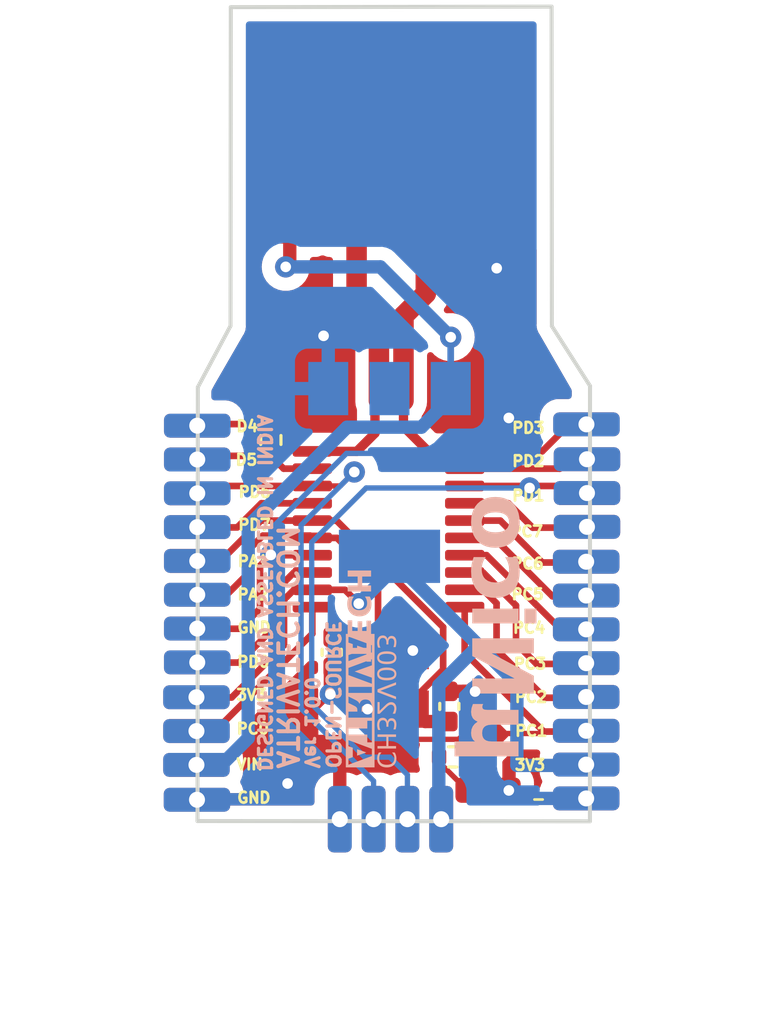
<source format=kicad_pcb>
(kicad_pcb (version 20221018) (generator pcbnew)
  (title_block (title "MICRO NICO") (date "2024-05-15") (company "AtrivaTECH") (comment 1 "CH32V003"))
  (layers (0 "F.Cu" signal) (31 "B.Cu" signal) (34 "B.Paste" user) (35 "F.Paste" user) (36 "B.SilkS" user "B.Silkscreen") (37 "F.SilkS" user "F.Silkscreen") (38 "B.Mask" user) (39 "F.Mask" user) (44 "Edge.Cuts" user))
  (net 0 "")
  (net 1 "+5V")
  (net 2 "GND")
  (net 3 "+3.3V")
  (net 4 "D-")
  (net 5 "D+")
  (net 6 "DFZ")
  (net 7 "OSCI")
  (net 8 "OSCO")
  (net 9 "PD2")
  (net 10 "PD1")
  (net 11 "PC7")
  (net 12 "PC6")
  (net 13 "PC5")
  (net 14 "PC4")
  (net 15 "PC3")
  (net 16 "PC2")
  (net 17 "PC1")
  (net 18 "PC0")
  (net 19 "PD0")
  (net 20 "PD7")
  (net 21 "PD6")
  (net 22 "Net-(D1-A)")
  (net 23 "Net-(JP1-B)")
  (footprint "Resistor_SMD:R_0402_1005Metric_Pad0.72x0.64mm_HandSolder" (layer "F.Cu") (at 96.4804 62.3072 90)
    (fp_text reference "R1" hide)
    (fp_text value "1.5K")
    (fp_line (start -0.167621 -0.38) (end 0.167621 -0.38) (stroke (width 0.12)) (layer "F.SilkS"))
    (fp_line (start -0.167621 0.38) (end 0.167621 0.38) (stroke (width 0.12)) (layer "F.SilkS"))
    (pad "1" smd roundrect (at -0.5975 0 90) (size 0.715 0.64) (layers "F.Cu" "F.Paste" "F.Mask") (net 6 "DFZ"))
    (pad "2" smd roundrect (at 0.5975 0 90) (size 0.715 0.64) (layers "F.Cu" "F.Paste" "F.Mask") (net 4 "D-"))
  )
  (footprint "pads:pads-1*12" (layer "F.Cu") (at 93.866 73.59)
    (fp_text reference "J3" hide)
    (fp_text value "Conn_01x12_Socket")
    (pad "1" thru_hole roundrect (at -0.16 2.23 180) (size 2.5 0.9) (drill 0.6) (layers "*.Cu" "*.Mask") (net 2 "GND"))
    (pad "2" thru_hole roundrect (at -0.18 0.92 180) (size 2.5 0.9) (drill 0.6) (layers "*.Cu" "*.Mask") (net 1 "+5V"))
    (pad "3" thru_hole roundrect (at -0.18 -0.35 180) (size 2.5 0.9) (drill 0.6) (layers "*.Cu" "*.Mask") (net 18 "PC0"))
    (pad "4" thru_hole roundrect (at -0.18 -1.62 180) (size 2.5 0.9) (drill 0.6) (layers "*.Cu" "*.Mask") (net 3 "+3.3V"))
    (pad "5" thru_hole roundrect (at -0.15 -2.93 180) (size 2.5 0.9) (drill 0.6) (layers "*.Cu" "*.Mask") (net 19 "PD0"))
    (pad "6" thru_hole roundrect (at -0.15 -4.2 180) (size 2.5 0.9) (drill 0.6) (layers "*.Cu" "*.Mask") (net 2 "GND"))
    (pad "7" thru_hole roundrect (at -0.15 -5.47 180) (size 2.5 0.9) (drill 0.6) (layers "*.Cu" "*.Mask") (net 8 "OSCO"))
    (pad "8" thru_hole roundrect (at -0.15 -6.74 180) (size 2.5 0.9) (drill 0.6) (layers "*.Cu" "*.Mask") (net 7 "OSCI"))
    (pad "9" thru_hole roundrect (at -0.15 -8.01 180) (size 2.5 0.9) (drill 0.6) (layers "*.Cu" "*.Mask") (net 20 "PD7"))
    (pad "10" thru_hole roundrect (at -0.15 -9.28 180) (size 2.5 0.9) (drill 0.6) (layers "*.Cu" "*.Mask") (net 21 "PD6"))
    (pad "11" thru_hole roundrect (at -0.15 -10.55 180) (size 2.5 0.9) (drill 0.6) (layers "*.Cu" "*.Mask") (net 6 "DFZ"))
    (pad "12" thru_hole roundrect (at -0.15 -11.82 180) (size 2.5 0.9) (drill 0.6) (layers "*.Cu" "*.Mask") (net 4 "D-"))
  )
  (footprint "Crystal:Crystal_SMD_3225-4Pin_3.2x2.5mm" (layer "F.Cu") (at 100.9644 71.3164 90)
    (fp_text reference "Y1" hide)
    (fp_text value "3225_12Mhz")
    (pad "1" smd rect (at -1.1 0.85 90) (size 1.4 1.2) (layers "F.Cu" "F.Paste" "F.Mask") (net 7 "OSCI"))
    (pad "2" smd rect (at 1.1 0.85 90) (size 1.4 1.2) (layers "F.Cu" "F.Paste" "F.Mask") (net 2 "GND"))
    (pad "3" smd rect (at 1.1 -0.85 90) (size 1.4 1.2) (layers "F.Cu" "F.Paste" "F.Mask") (net 8 "OSCO"))
    (pad "4" smd rect (at -1.1 -0.85 90) (size 1.4 1.2) (layers "F.Cu" "F.Paste" "F.Mask") (net 2 "GND"))
  )
  (footprint "Resistor_SMD:R_0402_1005Metric" (layer "F.Cu") (at 103.31 74.21 180)
    (fp_text reference "R2" hide)
    (fp_text value "220")
    (fp_line (start -0.153641 -0.38) (end 0.153641 -0.38) (stroke (width 0.12)) (layer "F.SilkS"))
    (fp_line (start -0.153641 0.38) (end 0.153641 0.38) (stroke (width 0.12)) (layer "F.SilkS"))
    (pad "1" smd roundrect (at -0.51 0 180) (size 0.54 0.64) (layers "F.Cu" "F.Paste" "F.Mask") (net 23 "Net-(JP1-B)"))
    (pad "2" smd roundrect (at 0.51 0 180) (size 0.54 0.64) (layers "F.Cu" "F.Paste" "F.Mask") (net 22 "Net-(D1-A)"))
  )
  (footprint "Package_SO:TSSOP-20_4.4x6.5mm_P0.65mm" (layer "F.Cu") (at 100.9 65.66)
    (fp_text reference "U1" hide)
    (fp_text value "CH32V003F4P6")
    (pad "1" smd roundrect (at -2.8625 -2.925) (size 1.475 0.4) (layers "F.Cu" "F.Paste" "F.Mask") (net 4 "D-"))
    (pad "2" smd roundrect (at -2.8625 -2.275) (size 1.475 0.4) (layers "F.Cu" "F.Paste" "F.Mask") (net 6 "DFZ"))
    (pad "3" smd roundrect (at -2.8625 -1.625) (size 1.475 0.4) (layers "F.Cu" "F.Paste" "F.Mask") (net 21 "PD6"))
    (pad "4" smd roundrect (at -2.8625 -0.975) (size 1.475 0.4) (layers "F.Cu" "F.Paste" "F.Mask") (net 20 "PD7"))
    (pad "5" smd roundrect (at -2.8625 -0.325) (size 1.475 0.4) (layers "F.Cu" "F.Paste" "F.Mask") (net 7 "OSCI"))
    (pad "6" smd roundrect (at -2.8625 0.325) (size 1.475 0.4) (layers "F.Cu" "F.Paste" "F.Mask") (net 8 "OSCO"))
    (pad "7" smd roundrect (at -2.8625 0.975) (size 1.475 0.4) (layers "F.Cu" "F.Paste" "F.Mask") (net 2 "GND"))
    (pad "8" smd roundrect (at -2.8625 1.625) (size 1.475 0.4) (layers "F.Cu" "F.Paste" "F.Mask") (net 19 "PD0"))
    (pad "9" smd roundrect (at -2.8625 2.275) (size 1.475 0.4) (layers "F.Cu" "F.Paste" "F.Mask") (net 3 "+3.3V"))
    (pad "10" smd roundrect (at -2.8625 2.925) (size 1.475 0.4) (layers "F.Cu" "F.Paste" "F.Mask") (net 18 "PC0"))
    (pad "11" smd roundrect (at 2.8625 2.925) (size 1.475 0.4) (layers "F.Cu" "F.Paste" "F.Mask") (net 17 "PC1"))
    (pad "12" smd roundrect (at 2.8625 2.275) (size 1.475 0.4) (layers "F.Cu" "F.Paste" "F.Mask") (net 16 "PC2"))
    (pad "13" smd roundrect (at 2.8625 1.625) (size 1.475 0.4) (layers "F.Cu" "F.Paste" "F.Mask") (net 15 "PC3"))
    (pad "14" smd roundrect (at 2.8625 0.975) (size 1.475 0.4) (layers "F.Cu" "F.Paste" "F.Mask") (net 14 "PC4"))
    (pad "15" smd roundrect (at 2.8625 0.325) (size 1.475 0.4) (layers "F.Cu" "F.Paste" "F.Mask") (net 13 "PC5"))
    (pad "16" smd roundrect (at 2.8625 -0.325) (size 1.475 0.4) (layers "F.Cu" "F.Paste" "F.Mask") (net 12 "PC6"))
    (pad "17" smd roundrect (at 2.8625 -0.975) (size 1.475 0.4) (layers "F.Cu" "F.Paste" "F.Mask") (net 11 "PC7"))
    (pad "18" smd roundrect (at 2.8625 -1.625) (size 1.475 0.4) (layers "F.Cu" "F.Paste" "F.Mask") (net 10 "PD1"))
    (pad "19" smd roundrect (at 2.8625 -2.275) (size 1.475 0.4) (layers "F.Cu" "F.Paste" "F.Mask") (net 9 "PD2"))
    (pad "20" smd roundrect (at 2.8625 -2.925) (size 1.475 0.4) (layers "F.Cu" "F.Paste" "F.Mask") (net 5 "D+"))
  )
  (footprint "pads:pads__1x04" (layer "F.Cu") (at 104.76 76.73 90)
    (fp_text reference "J4" hide)
    (fp_text value "Conn_01x04_Socket")
    (pad "1" thru_hole roundrect (at 0.18 -1.88 270) (size 2.5 0.9) (drill 0.6) (layers "*.Cu" "*.Mask") (net 3 "+3.3V"))
    (pad "2" thru_hole roundrect (at 0.18 -3.15 270) (size 2.5 0.9) (drill 0.6) (layers "*.Cu" "*.Mask") (net 10 "PD1"))
    (pad "3" thru_hole roundrect (at 0.18 -4.42 270) (size 2.5 0.9) (drill 0.6) (layers "*.Cu" "*.Mask") (net 21 "PD6"))
    (pad "4" thru_hole roundrect (at 0.18 -5.69 270) (size 2.5 0.9) (drill 0.6) (layers "*.Cu" "*.Mask") (net 2 "GND"))
  )
  (footprint "pads:pads-1*12" (layer "F.Cu") (at 108.176 63.95 180)
    (fp_text reference "J2" hide)
    (fp_text value "Conn_01x12_Socket")
    (pad "1" thru_hole roundrect (at -0.16 2.23) (size 2.5 0.9) (drill 0.6) (layers "*.Cu" "*.Mask") (net 5 "D+"))
    (pad "2" thru_hole roundrect (at -0.18 0.92) (size 2.5 0.9) (drill 0.6) (layers "*.Cu" "*.Mask") (net 9 "PD2"))
    (pad "3" thru_hole roundrect (at -0.18 -0.35) (size 2.5 0.9) (drill 0.6) (layers "*.Cu" "*.Mask") (net 10 "PD1"))
    (pad "4" thru_hole roundrect (at -0.18 -1.62) (size 2.5 0.9) (drill 0.6) (layers "*.Cu" "*.Mask") (net 11 "PC7"))
    (pad "5" thru_hole roundrect (at -0.15 -2.93) (size 2.5 0.9) (drill 0.6) (layers "*.Cu" "*.Mask") (net 12 "PC6"))
    (pad "6" thru_hole roundrect (at -0.15 -4.2) (size 2.5 0.9) (drill 0.6) (layers "*.Cu" "*.Mask") (net 13 "PC5"))
    (pad "7" thru_hole roundrect (at -0.15 -5.47) (size 2.5 0.9) (drill 0.6) (layers "*.Cu" "*.Mask") (net 14 "PC4"))
    (pad "8" thru_hole roundrect (at -0.15 -6.74) (size 2.5 0.9) (drill 0.6) (layers "*.Cu" "*.Mask") (net 15 "PC3"))
    (pad "9" thru_hole roundrect (at -0.15 -8.01) (size 2.5 0.9) (drill 0.6) (layers "*.Cu" "*.Mask") (net 16 "PC2"))
    (pad "10" thru_hole roundrect (at -0.15 -9.28) (size 2.5 0.9) (drill 0.6) (layers "*.Cu" "*.Mask") (net 17 "PC1"))
    (pad "11" thru_hole roundrect (at -0.15 -10.55) (size 2.5 0.9) (drill 0.6) (layers "*.Cu" "*.Mask") (net 3 "+3.3V"))
    (pad "12" thru_hole roundrect (at -0.15 -11.82) (size 2.5 0.9) (drill 0.6) (layers "*.Cu" "*.Mask") (net 2 "GND"))
  )
  (footprint "Capacitor_SMD:C_0402_1005Metric_Pad0.74x0.62mm_HandSolder" (layer "F.Cu") (at 98.7664 70.2828 90)
    (fp_text reference "C2" hide)
    (fp_text value "22pF")
    (fp_line (start -0.115835 -0.36) (end 0.115835 -0.36) (stroke (width 0.12)) (layer "F.SilkS"))
    (fp_line (start -0.115835 0.36) (end 0.115835 0.36) (stroke (width 0.12)) (layer "F.SilkS"))
    (pad "1" smd roundrect (at -0.5675 0 90) (size 0.735 0.62) (layers "F.Cu" "F.Paste" "F.Mask") (net 2 "GND"))
    (pad "2" smd roundrect (at 0.5675 0 90) (size 0.735 0.62) (layers "F.Cu" "F.Paste" "F.Mask") (net 8 "OSCO"))
  )
  (footprint "Connectors:usb-PCB" (layer "F.Cu") (at 101.0016 46.0315 180)
    (fp_text reference "J1" hide)
    (fp_text value "USB_A" hide)
    (pad "1" connect rect (at 3.81 -4.9 180) (size 1.9 8) (layers "F.Cu" "F.Mask") (net 1 "+5V"))
    (pad "2" connect rect (at 1.3 -5.15 180) (size 2 7.5) (layers "F.Cu" "F.Mask") (net 4 "D-"))
    (pad "3" connect rect (at -1.3 -5.15 180) (size 2 7.5) (layers "F.Cu" "F.Mask") (net 5 "D+"))
    (pad "4" connect rect (at -3.81 -4.9 180) (size 1.9 8) (layers "F.Cu" "F.Mask") (net 2 "GND"))
  )
  (footprint "jumpers:jumper-2-open" (layer "F.Cu") (at 103.69 72.25 -135)
    (fp_text reference "JP1" hide)
    (fp_text value "Jumper_2_Open")
    (pad "1" smd roundrect (at -0.2 -1.73 225) (size 0.54 0.64) (layers "F.Cu" "F.Paste" "F.Mask") (net 17 "PC1"))
    (pad "2" smd roundrect (at 0.37 -1.73 225) (size 0.54 0.64) (layers "F.Cu" "F.Paste" "F.Mask") (net 23 "Net-(JP1-B)"))
  )
  (footprint "Capacitor_SMD:C_0402_1005Metric_Pad0.74x0.62mm_HandSolder" (layer "F.Cu") (at 103.186 72.3148 -90)
    (fp_text reference "C1" hide)
    (fp_text value "22pF")
    (fp_line (start -0.115835 -0.36) (end 0.115835 -0.36) (stroke (width 0.12)) (layer "F.SilkS"))
    (fp_line (start -0.115835 0.36) (end 0.115835 0.36) (stroke (width 0.12)) (layer "F.SilkS"))
    (pad "1" smd roundrect (at -0.5675 0 270) (size 0.735 0.62) (layers "F.Cu" "F.Paste" "F.Mask") (net 2 "GND"))
    (pad "2" smd roundrect (at 0.5675 0 270) (size 0.735 0.62) (layers "F.Cu" "F.Paste" "F.Mask") (net 7 "OSCI"))
  )
  (footprint "LED_SMD:LED_0603_1608Metric" (layer "F.Cu") (at 104.64 75.46 180)
    (fp_text reference "D1" hide)
    (fp_text value "LED")
    (pad "1" smd roundrect (at -0.7875 0 180) (size 0.875 0.95) (layers "F.Cu" "F.Paste" "F.Mask") (net 2 "GND"))
    (pad "2" smd roundrect (at 0.7875 0 180) (size 0.875 0.95) (layers "F.Cu" "F.Paste" "F.Mask") (net 22 "Net-(D1-A)"))
  )
  (footprint "Package_TO_SOT_SMD:SOT-223-3_TabPin2" (layer "B.Cu") (at 100.9368 63.5268 -90)
    (fp_text reference "U2" hide)
    (fp_text value "AMS1117-3.3" hide)
    (pad "1" smd rect (at -3.15 2.3 270) (size 2 1.5) (layers "B.Cu" "B.Paste" "B.Mask") (net 2 "GND"))
    (pad "2" smd rect (at -3.15 0 270) (size 2 1.5) (layers "B.Cu" "B.Paste" "B.Mask") (net 3 "+3.3V"))
    (pad "2" smd rect (at 3.15 0 270) (size 2 3.8) (layers "B.Cu" "B.Paste" "B.Mask") (net 3 "+3.3V"))
    (pad "3" smd rect (at -3.15 -2.3 270) (size 2 1.5) (layers "B.Cu" "B.Paste" "B.Mask") (net 1 "+5V"))
  )
  (gr_line (start 94.976 46.05) (end 107.026 46.03) (stroke (width 0.15)) (layer "Edge.Cuts"))
  (gr_line (start 107.036 58.03) (end 108.4692 60.2752) (stroke (width 0.15)) (layer "Edge.Cuts"))
  (gr_line (start 94.966 58.02) (end 94.976 46.05) (stroke (width 0.15)) (layer "Edge.Cuts"))
  (gr_line (start 108.4692 60.2752) (end 108.466 76.63) (stroke (width 0.15)) (layer "Edge.Cuts"))
  (gr_line (start 108.466 76.63) (end 93.7254 76.62) (stroke (width 0.15)) (layer "Edge.Cuts"))
  (gr_line (start 93.7372 60.326) (end 93.7254 76.62) (stroke (width 0.15)) (layer "Edge.Cuts"))
  (gr_line (start 94.966 58.02) (end 93.7372 60.326) (stroke (width 0.15)) (layer "Edge.Cuts"))
  (gr_line (start 107.026 46.03) (end 107.036 58.03) (stroke (width 0.15)) (layer "Edge.Cuts"))
  (gr_text "μNico" (at 103.66 74.46 270) (layer "B.SilkS") (effects (font (size 2.27 2.27) (thickness 0.3016) bold italic) (justify left bottom mirror)))
  (gr_text "ATRIVATECH.COM" (at 96.66 74.73 270) (layer "B.SilkS") (effects (font (size 0.746 0.746)) (justify left bottom mirror)))
  (gr_text "DESIGNED AND ASSEMBLED IN INDIA" (at 95.95 74.81 270) (layer "B.SilkS") (effects (font (size 0.492 0.492) (thickness 0.123)) (justify left bottom mirror)))
  (gr_text "TECH" (at 99.22 70.64 270) (layer "B.SilkS") (effects (font (size 0.862 0.862) (thickness 0.2) bold) (justify left bottom mirror)))
  (gr_text "ATRIVA" (at 99.25 74.5095 270) (layer "B.SilkS" knockout) (effects (font (size 0.862 0.862) (thickness 0.2) bold) (justify left bottom mirror)))
  (gr_text "CH32V003" (at 100.37 74.66 270) (layer "B.SilkS") (effects (font (size 0.6842 0.6842) (thickness 0.10755) italic) (justify left bottom mirror)))
  (gr_text "OPEN-SOURCE \nVer 1.0.0" (at 97.73 74.7 270) (layer "B.SilkS") (effects (font (size 0.492 0.492) (thickness 0.123) bold) (justify left bottom mirror)))
  (gr_text "PD0" (at 95.16 70.88) (layer "F.SilkS") (effects (font (size 0.4048 0.4048) (thickness 0.1012)) (justify left bottom)))
  (gr_text "PC6" (at 105.46 67.19) (layer "F.SilkS") (effects (font (size 0.4048 0.4048) (thickness 0.1012)) (justify left bottom)))
  (gr_text "VIN" (at 95.14 74.73) (layer "F.SilkS") (effects (font (size 0.4048 0.4048) (thickness 0.1012)) (justify left bottom)))
  (gr_text "PD7" (at 95.2 65.73) (layer "F.SilkS") (effects (font (size 0.4048 0.4048) (thickness 0.1012)) (justify left bottom)))
  (gr_text "PA2" (at 95.17 68.35) (layer "F.SilkS") (effects (font (size 0.4048 0.4048) (thickness 0.1012)) (justify left bottom)))
  (gr_text "PC1" (at 105.6 73.47) (layer "F.SilkS") (effects (font (size 0.4048 0.4048) (thickness 0.1012)) (justify left bottom)))
  (gr_text "PC4" (at 105.52 69.6) (layer "F.SilkS") (effects (font (size 0.4048 0.4048) (thickness 0.1012)) (justify left bottom)))
  (gr_text "PC0" (at 95.14 73.39) (layer "F.SilkS") (effects (font (size 0.4048 0.4048) (thickness 0.1012)) (justify left bottom)))
  (gr_text "PD1" (at 105.49 64.63) (layer "F.SilkS") (effects (font (size 0.4048 0.4048) (thickness 0.1012)) (justify left bottom)))
  (gr_text "D5" (at 95.1 63.29) (layer "F.SilkS") (effects (font (size 0.4048 0.4048) (thickness 0.1012)) (justify left bottom)))
  (gr_text "D4" (at 95.13 62.03) (layer "F.SilkS") (effects (font (size 0.4048 0.4048) (thickness 0.1012)) (justify left bottom)))
  (gr_text "PD3" (at 105.49 62.09) (layer "F.SilkS") (effects (font (size 0.4048 0.4048) (thickness 0.1012)) (justify left bottom)))
  (gr_text "PA1" (at 95.18 67.1) (layer "F.SilkS") (effects (font (size 0.4048 0.4048) (thickness 0.1012)) (justify left bottom)))
  (gr_text "3V3" (at 95.13 72.12) (layer "F.SilkS") (effects (font (size 0.4048 0.4048) (thickness 0.1012)) (justify left bottom)))
  (gr_text "PC7" (at 105.43 65.98) (layer "F.SilkS") (effects (font (size 0.4048 0.4048) (thickness 0.1012)) (justify left bottom)))
  (gr_text "PD6" (at 95.21 64.5) (layer "F.SilkS") (effects (font (size 0.4048 0.4048) (thickness 0.1012)) (justify left bottom)))
  (gr_text "-" (at 106.22 76.02) (layer "F.SilkS") (effects (font (size 0.4048 0.4048) (thickness 0.1012)) (justify left bottom)))
  (gr_text "GND" (at 95.16 75.98) (layer "F.SilkS") (effects (font (size 0.4048 0.4048) (thickness 0.1012)) (justify left bottom)))
  (gr_text "PC3" (at 105.55 70.95) (layer "F.SilkS") (effects (font (size 0.4048 0.4048) (thickness 0.1012)) (justify left bottom)))
  (gr_text "3V3" (at 105.59 74.75) (layer "F.SilkS") (effects (font (size 0.4048 0.4048) (thickness 0.1012)) (justify left bottom)))
  (gr_text "GND" (at 95.17 69.59) (layer "F.SilkS") (effects (font (size 0.4048 0.4048) (thickness 0.1012)) (justify left bottom)))
  (gr_text "PD2" (at 105.49 63.34) (layer "F.SilkS") (effects (font (size 0.4048 0.4048) (thickness 0.1012)) (justify left bottom)))
  (gr_text "PC2" (at 105.59 72.2) (layer "F.SilkS") (effects (font (size 0.4048 0.4048) (thickness 0.1012)) (justify left bottom)))
  (gr_text "PC5" (at 105.46 68.34) (layer "F.SilkS") (effects (font (size 0.4048 0.4048) (thickness 0.1012)) (justify left bottom)))
  (segment (start 97.1916 50.9315) (end 97.1916 55.6524) (width 0.5) (layer "F.Cu") (net 1))
  (segment (start 97.1916 55.6524) (end 97.0392 55.8048) (width 0.5) (layer "F.Cu") (net 1))
  (via (at 97.0392 55.8048) (size 0.8) (drill 0.4) (layers "F.Cu" "B.Cu") (net 1))
  (via (at 103.2368 58.4464) (size 0.8) (drill 0.4) (layers "F.Cu" "B.Cu") (net 1))
  (segment (start 95.6304 73.506428) (end 94.619129 74.517699) (width 0.5) (layer "B.Cu") (net 1))
  (segment (start 95.6304 65.5396) (end 95.6304 73.506428) (width 0.5) (layer "B.Cu") (net 1))
  (segment (start 97.0392 55.8048) (end 100.5952 55.8048) (width 0.5) (layer "B.Cu") (net 1))
  (segment (start 100.5952 55.8048) (end 103.2368 58.4464) (width 0.5) (layer "B.Cu") (net 1))
  (segment (start 103.2368 60.7268) (end 102.1368 61.8268) (width 0.5) (layer "B.Cu") (net 1))
  (segment (start 103.2368 60.3768) (end 103.2368 60.7268) (width 0.5) (layer "B.Cu") (net 1))
  (segment (start 99.3432 61.8268) (end 95.6304 65.5396) (width 0.5) (layer "B.Cu") (net 1))
  (segment (start 102.1368 61.8268) (end 99.3432 61.8268) (width 0.5) (layer "B.Cu") (net 1))
  (segment (start 103.2368 60.3768) (end 103.2368 58.4464) (width 0.25) (layer "B.Cu") (net 1))
  (segment (start 94.619129 74.517699) (end 94.50379 74.517699) (width 0.5) (layer "B.Cu") (net 1))
  (segment (start 98.7156 70.9011) (end 98.7664 70.8503) (width 0.5) (layer "F.Cu") (net 2))
  (segment (start 104.1512 72.932362) (end 103.533762 73.5498) (width 0.2) (layer "F.Cu") (net 2))
  (segment (start 104.1512 71.756) (end 104.1512 72.932362) (width 0.2) (layer "F.Cu") (net 2))
  (segment (start 98.0375 66.635) (end 96.4902 66.635) (width 0.25) (layer "F.Cu") (net 2))
  (segment (start 98.7156 71.8576) (end 98.7156 70.9011) (width 0.5) (layer "F.Cu") (net 2))
  (segment (start 104.8116 50.9315) (end 104.8116 55.7032) (width 0.5) (layer "F.Cu") (net 2))
  (segment (start 100.1144 72.4164) (end 99.2744 72.4164) (width 0.2) (layer "F.Cu") (net 2))
  (segment (start 100.1144 72.4164) (end 100.1144 72.3164) (width 0.25) (layer "F.Cu") (net 2))
  (segment (start 96.075 68.641) (end 95.317885 69.398115) (width 0.25) (layer "F.Cu") (net 2))
  (segment (start 103.186 71.7473) (end 104.1425 71.7473) (width 0.5) (layer "F.Cu") (net 2))
  (segment (start 100.1144 72.9244) (end 100.1144 72.4164) (width 0.2) (layer "F.Cu") (net 2))
  (segment (start 100.1144 72.3164) (end 101.8144 70.6164) (width 0.25) (layer "F.Cu") (net 2))
  (segment (start 100.7398 73.5498) (end 100.1144 72.9244) (width 0.2) (layer "F.Cu") (net 2))
  (segment (start 97.11 73.4632) (end 97.11 75.21) (width 0.2) (layer "F.Cu") (net 2))
  (segment (start 103.533762 73.5498) (end 100.7398 73.5498) (width 0.2) (layer "F.Cu") (net 2))
  (segment (start 95.317885 69.398115) (end 94.366096 69.398115) (width 0.25) (layer "F.Cu") (net 2))
  (segment (start 96.4902 66.635) (end 96.4804 66.6252) (width 0.25) (layer "F.Cu") (net 2))
  (segment (start 100.1144 72.4164) (end 100.1144 72.1983) (width 0.5) (layer "F.Cu") (net 2))
  (segment (start 98.7156 71.8576) (end 97.11 73.4632) (width 0.2) (layer "F.Cu") (net 2))
  (segment (start 104.1425 71.7473) (end 104.1512 71.756) (width 0.5) (layer "F.Cu") (net 2))
  (segment (start 96.075 67.0306) (end 96.075 68.641) (width 0.25) (layer "F.Cu") (net 2))
  (segment (start 96.4804 66.6252) (end 96.075 67.0306) (width 0.25) (layer "F.Cu") (net 2))
  (segment (start 101.8144 70.6164) (end 101.8144 70.2164) (width 0.25) (layer "F.Cu") (net 2))
  (segment (start 99.2744 72.4164) (end 98.7156 71.8576) (width 0.2) (layer "F.Cu") (net 2))
  (segment (start 104.8116 55.7032) (end 104.964 55.8556) (width 0.5) (layer "F.Cu") (net 2))
  (via (at 104.1512 71.756) (size 0.8) (drill 0.4) (layers "F.Cu" "B.Cu") (net 2))
  (via (at 96.4804 66.6252) (size 0.8) (drill 0.4) (layers "F.Cu" "B.Cu") (net 2))
  (via (at 100.1144 72.4164) (size 0.8) (drill 0.4) (layers "F.Cu" "B.Cu") (net 2))
  (via (at 98.7156 71.8576) (size 0.8) (drill 0.4) (layers "F.Cu" "B.Cu") (net 2))
  (via (at 105.42 75.47) (size 0.8) (drill 0.4) (layers "F.Cu" "B.Cu") (net 2))
  (via (at 104.964 55.8556) (size 0.8) (drill 0.4) (layers "F.Cu" "B.Cu") (net 2))
  (via (at 98.4616 58.3956) (size 0.8) (drill 0.4) (layers "F.Cu" "B.Cu") (net 2))
  (via (at 97.11 75.21) (size 0.8) (drill 0.4) (layers "F.Cu" "B.Cu") (net 2))
  (via (at 105.42 61.48) (size 0.8) (drill 0.4) (layers "F.Cu" "B.Cu") (net 2))
  (via (at 101.8144 70.2164) (size 0.8) (drill 0.4) (layers "F.Cu" "B.Cu") (net 2))
  (segment (start 98.6368 60.3768) (end 98.6368 58.5708) (width 0.25) (layer "B.Cu") (net 2))
  (segment (start 99.324442 62.809257) (end 104.090743 62.809257) (width 0.2) (layer "B.Cu") (net 2))
  (segment (start 104.090743 62.809257) (end 105.42 61.48) (width 0.2) (layer "B.Cu") (net 2))
  (segment (start 98.6368 58.5708) (end 98.4616 58.3956) (width 0.25) (layer "B.Cu") (net 2))
  (segment (start 96.4804 66.6252) (end 96.4804 65.653299) (width 0.2) (layer "B.Cu") (net 2))
  (segment (start 96.4804 65.653299) (end 99.324442 62.809257) (width 0.2) (layer "B.Cu") (net 2))
  (segment (start 96.975 68.306188) (end 96.975 70.012262) (width 0.25) (layer "F.Cu") (net 3))
  (segment (start 99.2634 67.935) (end 98.0375 67.935) (width 0.25) (layer "F.Cu") (net 3))
  (segment (start 96.975 70.012262) (end 95.009237 71.978025) (width 0.25) (layer "F.Cu") (net 3))
  (segment (start 99.7824 68.454) (end 99.2634 67.935) (width 0.25) (layer "F.Cu") (net 3))
  (segment (start 95.009237 71.978025) (end 94.372493 71.978025) (width 0.25) (layer "F.Cu") (net 3))
  (segment (start 97.346188 67.935) (end 96.975 68.306188) (width 0.25) (layer "F.Cu") (net 3))
  (segment (start 98.0375 67.935) (end 97.346188 67.935) (width 0.25) (layer "F.Cu") (net 3))
  (via (at 99.7824 68.454) (size 0.8) (drill 0.4) (layers "F.Cu" "B.Cu") (net 3))
  (segment (start 102.79 71.52) (end 102.79 75.697) (width 0.5) (layer "B.Cu") (net 3))
  (segment (start 105.723118 71.463118) (end 105.723118 74.53) (width 0.5) (layer "B.Cu") (net 3))
  (segment (start 102.79 75.697) (end 102.88 75.787) (width 0.5) (layer "B.Cu") (net 3))
  (segment (start 100.9368 67.2996) (end 99.7824 68.454) (width 0.5) (layer "B.Cu") (net 3))
  (segment (start 104.285 70.025) (end 102.79 71.52) (width 0.5) (layer "B.Cu") (net 3))
  (segment (start 105.723118 74.53) (end 107.525006 74.53) (width 0.5) (layer "B.Cu") (net 3))
  (segment (start 100.9368 66.6768) (end 105.723118 71.463118) (width 0.5) (layer "B.Cu") (net 3))
  (segment (start 99.7016 51.1815) (end 99.7016 56.806501) (width 0.77) (layer "F.Cu") (net 4))
  (segment (start 96.4804 61.7097) (end 94.439447 61.7097) (width 0.25) (layer "F.Cu") (net 4))
  (segment (start 97.5057 62.735) (end 96.4804 61.7097) (width 0.25) (layer "F.Cu") (net 4))
  (segment (start 100.392 62.0532) (end 100.392 60.9824) (width 0.35) (layer "F.Cu") (net 4))
  (segment (start 98.0375 62.735) (end 97.5057 62.735) (width 0.25) (layer "F.Cu") (net 4))
  (segment (start 99.7102 62.735) (end 100.392 62.0532) (width 0.35) (layer "F.Cu") (net 4))
  (segment (start 94.439447 61.7097) (end 94.369147 61.78) (width 0.25) (layer "F.Cu") (net 4))
  (segment (start 100.392 60.9824) (end 100.5404 60.834) (width 0.25) (layer "F.Cu") (net 4))
  (segment (start 100.5404 57.645301) (end 100.5404 60.834) (width 0.77) (layer "F.Cu") (net 4))
  (segment (start 98.0375 62.735) (end 99.7102 62.735) (width 0.35) (layer "F.Cu") (net 4))
  (segment (start 99.7016 56.806501) (end 100.5404 57.645301) (width 0.77) (layer "F.Cu") (net 4))
  (segment (start 102.3016 51.1815) (end 102.3016 56.806501) (width 0.77) (layer "F.Cu") (net 5))
  (segment (start 101.4628 61.8032) (end 101.4628 60.834) (width 0.35) (layer "F.Cu") (net 5))
  (segment (start 106.67303 62.735) (end 107.658607 61.749423) (width 0.25) (layer "F.Cu") (net 5))
  (segment (start 103.7625 62.735) (end 102.3946 62.735) (width 0.35) (layer "F.Cu") (net 5))
  (segment (start 101.4628 57.645301) (end 101.4628 60.834) (width 0.77) (layer "F.Cu") (net 5))
  (segment (start 102.3016 56.806501) (end 101.4628 57.645301) (width 0.77) (layer "F.Cu") (net 5))
  (segment (start 102.3946 62.735) (end 101.4628 61.8032) (width 0.35) (layer "F.Cu") (net 5))
  (segment (start 103.7625 62.735) (end 106.67303 62.735) (width 0.25) (layer "F.Cu") (net 5))
  (segment (start 96.9607 63.385) (end 96.4804 62.9047) (width 0.25) (layer "F.Cu") (net 6))
  (segment (start 98.0375 63.385) (end 96.9607 63.385) (width 0.25) (layer "F.Cu") (net 6))
  (segment (start 96.4804 62.9047) (end 94.514079 62.9047) (width 0.25) (layer "F.Cu") (net 6))
  (segment (start 94.514079 62.9047) (end 94.368227 63.050552) (width 0.25) (layer "F.Cu") (net 6))
  (segment (start 98.0375 65.335) (end 98.9494 65.335) (width 0.25) (layer "F.Cu") (net 7))
  (segment (start 94.583349 66.86055) (end 94.365468 66.86055) (width 0.25) (layer "F.Cu") (net 7))
  (segment (start 102.952787 70.929895) (end 101.8144 72.068282) (width 0.25) (layer "F.Cu") (net 7))
  (segment (start 101.8144 72.068282) (end 101.8144 72.4164) (width 0.25) (layer "F.Cu") (net 7))
  (segment (start 101.8144 72.4164) (end 102.2803 72.8823) (width 0.5) (layer "F.Cu") (net 7))
  (segment (start 96.108899 65.335) (end 94.583349 66.86055) (width 0.25) (layer "F.Cu") (net 7))
  (segment (start 102.952787 69.338387) (end 102.952787 70.929895) (width 0.25) (layer "F.Cu") (net 7))
  (segment (start 98.9494 65.335) (end 102.952787 69.338387) (width 0.25) (layer "F.Cu") (net 7))
  (segment (start 102.2803 72.8823) (end 103.186 72.8823) (width 0.5) (layer "F.Cu") (net 7))
  (segment (start 98.0375 65.335) (end 96.108899 65.335) (width 0.25) (layer "F.Cu") (net 7))
  (segment (start 98.0375 65.985) (end 98.963004 65.985) (width 0.25) (layer "F.Cu") (net 8))
  (segment (start 98.963004 65.985) (end 100.5074 67.529396) (width 0.25) (layer "F.Cu") (net 8))
  (segment (start 100.1144 70.2164) (end 99.6133 69.7153) (width 0.5) (layer "F.Cu") (net 8))
  (segment (start 98.0375 65.985) (end 97.9527 65.9002) (width 0.25) (layer "F.Cu") (net 8))
  (segment (start 95.625 66.455295) (end 95.625 67.319052) (width 0.25) (layer "F.Cu") (net 8))
  (segment (start 100.5074 67.529396) (end 100.5074 70.3614) (width 0.25) (layer "F.Cu") (net 8))
  (segment (start 94.814052 68.13) (end 94.364549 68.13) (width 0.25) (layer "F.Cu") (net 8))
  (segment (start 97.9527 65.9002) (end 96.180095 65.9002) (width 0.25) (layer "F.Cu") (net 8))
  (segment (start 99.6133 69.7153) (end 98.7664 69.7153) (width 0.5) (layer "F.Cu") (net 8))
  (segment (start 96.180095 65.9002) (end 95.625 66.455295) (width 0.25) (layer "F.Cu") (net 8))
  (segment (start 95.625 67.319052) (end 94.814052 68.13) (width 0.25) (layer "F.Cu") (net 8))
  (segment (start 103.7625 63.385) (end 107.332135 63.385) (width 0.25) (layer "F.Cu") (net 9))
  (segment (start 107.332135 63.385) (end 107.657726 63.059409) (width 0.25) (layer "F.Cu") (net 9))
  (segment (start 103.7625 64.035) (end 104.54 64.035) (width 0.2) (layer "F.Cu") (net 10))
  (segment (start 104.54 64.035) (end 106.125 64.035) (width 0.25) (layer "F.Cu") (net 10))
  (segment (start 106.2 64.11) (end 106.275 64.035) (width 0.25) (layer "F.Cu") (net 10))
  (segment (start 106.275 64.035) (end 107.362463 64.035) (width 0.25) (layer "F.Cu") (net 10))
  (segment (start 107.362463 64.035) (end 107.656871 64.329408) (width 0.25) (layer "F.Cu") (net 10))
  (segment (start 106.125 64.035) (end 106.2 64.11) (width 0.25) (layer "F.Cu") (net 10))
  (via (at 106.2 64.11) (size 0.8) (drill 0.4) (layers "F.Cu" "B.Cu") (net 10))
  (segment (start 106.2 64.11) (end 100.06 64.11) (width 0.2) (layer "B.Cu") (net 10))
  (segment (start 100.008696 74.22) (end 100.95 74.22) (width 0.2) (layer "B.Cu") (net 10))
  (segment (start 101.61 74.88) (end 101.61 75.937) (width 0.2) (layer "B.Cu") (net 10))
  (segment (start 98.0156 72.226904) (end 100.008696 74.22) (width 0.2) (layer "B.Cu") (net 10))
  (segment (start 98.0156 66.1544) (end 98.0156 72.226904) (width 0.2) (layer "B.Cu") (net 10))
  (segment (start 100.06 64.11) (end 98.0156 66.1544) (width 0.2) (layer "B.Cu") (net 10))
  (segment (start 100.95 74.22) (end 101.61 74.88) (width 0.2) (layer "B.Cu") (net 10))
  (segment (start 106.315408 65.599408) (end 107.656016 65.599408) (width 0.25) (layer "F.Cu") (net 11))
  (segment (start 105.401 64.685) (end 106.315408 65.599408) (width 0.25) (layer "F.Cu") (net 11))
  (segment (start 103.7625 64.685) (end 105.401 64.685) (width 0.25) (layer "F.Cu") (net 11))
  (segment (start 103.7625 65.335) (end 105.101 65.335) (width 0.25) (layer "F.Cu") (net 12))
  (segment (start 105.101 65.335) (end 106.675427 66.909427) (width 0.25) (layer "F.Cu") (net 12))
  (segment (start 106.675427 66.909427) (end 107.655134 66.909427) (width 0.25) (layer "F.Cu") (net 12))
  (segment (start 104.865 65.985) (end 107.059427 68.179427) (width 0.25) (layer "F.Cu") (net 13))
  (segment (start 107.059427 68.179427) (end 107.65428 68.179427) (width 0.25) (layer "F.Cu") (net 13))
  (segment (start 103.7625 65.985) (end 104.865 65.985) (width 0.25) (layer "F.Cu") (net 13))
  (segment (start 107.4 69.45) (end 107.653425 69.45) (width 0.25) (layer "F.Cu") (net 14))
  (segment (start 103.7625 66.635) (end 104.585 66.635) (width 0.25) (layer "F.Cu") (net 14))
  (segment (start 104.585 66.635) (end 107.4 69.45) (width 0.25) (layer "F.Cu") (net 14))
  (segment (start 106.459427 70.719427) (end 107.652571 70.719427) (width 0.25) (layer "F.Cu") (net 15))
  (segment (start 105.69 69.95) (end 106.459427 70.719427) (width 0.25) (layer "F.Cu") (net 15))
  (segment (start 105.69 68.521188) (end 105.69 69.95) (width 0.25) (layer "F.Cu") (net 15))
  (segment (start 103.7625 67.285) (end 104.453812 67.285) (width 0.25) (layer "F.Cu") (net 15))
  (segment (start 104.453812 67.285) (end 105.69 68.521188) (width 0.25) (layer "F.Cu") (net 15))
  (segment (start 103.7625 67.935) (end 104.453812 67.935) (width 0.25) (layer "F.Cu") (net 16))
  (segment (start 104.96 68.441188) (end 104.96 70.18) (width 0.25) (layer "F.Cu") (net 16))
  (segment (start 106.769425 71.989425) (end 107.651716 71.989425) (width 0.25) (layer "F.Cu") (net 16))
  (segment (start 104.453812 67.935) (end 104.96 68.441188) (width 0.25) (layer "F.Cu") (net 16))
  (segment (start 104.96 70.18) (end 106.769425 71.989425) (width 0.25) (layer "F.Cu") (net 16))
  (segment (start 105.054716 73.331873) (end 106.656977 73.331873) (width 0.2) (layer "F.Cu") (net 17))
  (segment (start 106.729425 73.259425) (end 107.650861 73.259425) (width 0.25) (layer "F.Cu") (net 17))
  (segment (start 103.7625 70.2925) (end 106.729425 73.259425) (width 0.25) (layer "F.Cu") (net 17))
  (segment (start 106.656977 73.331873) (end 106.729425 73.259425) (width 0.2) (layer "F.Cu") (net 17))
  (segment (start 103.7625 68.585) (end 103.7625 70.2925) (width 0.25) (layer "F.Cu") (net 17))
  (segment (start 98.0375 69.586158) (end 94.375641 73.248017) (width 0.25) (layer "F.Cu") (net 18))
  (segment (start 98.0375 68.585) (end 98.0375 69.586158) (width 0.25) (layer "F.Cu") (net 18))
  (segment (start 98.0375 67.285) (end 97.346188 67.285) (width 0.25) (layer "F.Cu") (net 19))
  (segment (start 96.525 69.431) (end 95.287892 70.668108) (width 0.25) (layer "F.Cu") (net 19))
  (segment (start 96.525 68.106188) (end 96.525 69.431) (width 0.25) (layer "F.Cu") (net 19))
  (segment (start 97.346188 67.285) (end 96.525 68.106188) (width 0.25) (layer "F.Cu") (net 19))
  (segment (start 95.287892 70.668108) (end 94.369245 70.668108) (width 0.25) (layer "F.Cu") (net 19))
  (segment (start 98.0375 64.685) (end 96.122503 64.685) (width 0.25) (layer "F.Cu") (net 20))
  (segment (start 96.122503 64.685) (end 95.216952 65.590551) (width 0.25) (layer "F.Cu") (net 20))
  (segment (start 95.216952 65.590551) (end 94.366388 65.590551) (width 0.25) (layer "F.Cu") (net 20))
  (segment (start 99.088649 64.035) (end 99.614392 63.509257) (width 0.2) (layer "F.Cu") (net 21))
  (segment (start 94.652858 64.035) (end 94.367307 64.320551) (width 0.25) (layer "F.Cu") (net 21))
  (segment (start 98.0375 64.035) (end 94.652858 64.035) (width 0.25) (layer "F.Cu") (net 21))
  (segment (start 98.0375 64.035) (end 99.088649 64.035) (width 0.2) (layer "F.Cu") (net 21))
  (via (at 99.614392 63.509257) (size 0.8) (drill 0.4) (layers "F.Cu" "B.Cu") (net 21))
  (segment (start 97.6156 65.508049) (end 97.6156 72.39259) (width 0.2) (layer "B.Cu") (net 21))
  (segment (start 100.34 75.11699) (end 100.34 75.937) (width 0.2) (layer "B.Cu") (net 21))
  (segment (start 97.6156 72.39259) (end 100.34 75.11699) (width 0.2) (layer "B.Cu") (net 21))
  (segment (start 99.614392 63.509257) (end 97.6156 65.508049) (width 0.2) (layer "B.Cu") (net 21))
  (segment (start 102.8 74.21) (end 102.8 74.4075) (width 0.2) (layer "F.Cu") (net 22))
  (segment (start 102.8 74.4075) (end 103.8525 75.46) (width 0.2) (layer "F.Cu") (net 22))
  (segment (start 104.176589 74.21) (end 104.651665 73.734924) (width 0.2) (layer "F.Cu") (net 23))
  (segment (start 103.82 74.21) (end 104.176589 74.21) (width 0.2) (layer "F.Cu") (net 23))
  (zone (net 0) (net_name "") (layer "F.Cu") (connect_pads (clearance 0)) (min_thickness 0.25)
    (keepout (tracks allowed) (vias allowed) (pads allowed) (copperpour not_allowed) (footprints allowed))
    (fill (thermal_gap 0.5) (thermal_bridge_width 0.5))
    (polygon (pts (xy 98.246 69.16) (xy 98.266 73.38) (xy 103.556 73.39) (xy 103.556 69.16)))
  )
  (zone (net 0) (net_name "") (layer "F.Cu") (connect_pads (clearance 0)) (min_thickness 0.25)
    (keepout (tracks allowed) (vias allowed) (pads allowed) (copperpour not_allowed) (footprints allowed))
    (fill (thermal_gap 0.5) (thermal_bridge_width 0.5))
    (polygon (pts (xy 95.306 69.9) (xy 95.006 68.97) (xy 95.676 68.27) (xy 96.096 66.26) (xy 96.716 66.21) (xy 96.196 68.69)))
  )
  (zone (net 2) (net_name "GND") (layers "F&B.Cu") (connect_pads (clearance 0.5)) (min_thickness 0.25) (fill yes (thermal_gap 0.5) (thermal_bridge_width 0.5))
    (polygon (pts (xy 93.736 76.59) (xy 93.726 60.33) (xy 95.036 58.05) (xy 94.986 46.01) (xy 107.056 46) (xy 107.166 57.91) (xy 108.476 60.25) (xy 108.466 76.63)))
  )
)
</source>
